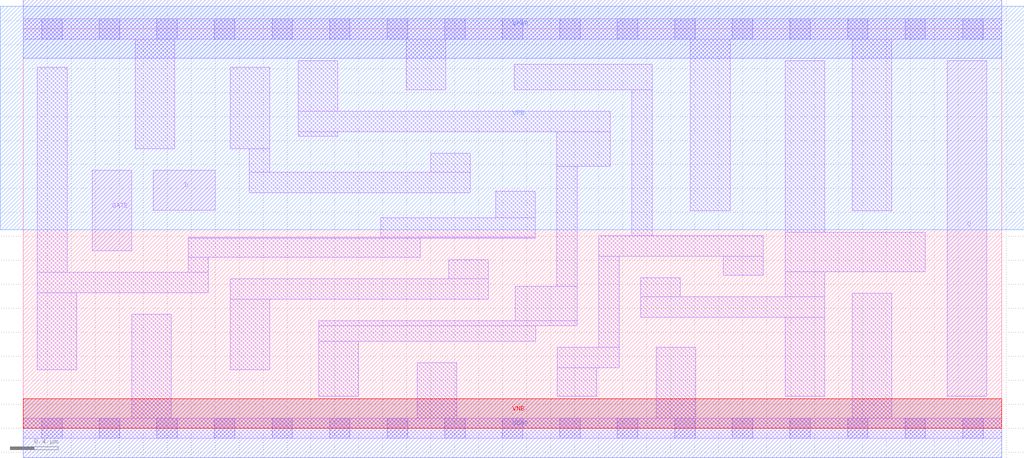
<source format=lef>
# Copyright 2020 The SkyWater PDK Authors
#
# Licensed under the Apache License, Version 2.0 (the "License");
# you may not use this file except in compliance with the License.
# You may obtain a copy of the License at
#
#     https://www.apache.org/licenses/LICENSE-2.0
#
# Unless required by applicable law or agreed to in writing, software
# distributed under the License is distributed on an "AS IS" BASIS,
# WITHOUT WARRANTIES OR CONDITIONS OF ANY KIND, either express or implied.
# See the License for the specific language governing permissions and
# limitations under the License.
#
# SPDX-License-Identifier: Apache-2.0

VERSION 5.7 ;
  NOWIREEXTENSIONATPIN ON ;
  DIVIDERCHAR "/" ;
  BUSBITCHARS "[]" ;
MACRO sky130_fd_sc_lp__dlxtp_lp
  CLASS CORE ;
  FOREIGN sky130_fd_sc_lp__dlxtp_lp ;
  ORIGIN  0.000000  0.000000 ;
  SIZE  8.160000 BY  3.330000 ;
  SYMMETRY X Y R90 ;
  SITE unit ;
  PIN D
    ANTENNAGATEAREA  0.318000 ;
    DIRECTION INPUT ;
    USE SIGNAL ;
    PORT
      LAYER li1 ;
        RECT 1.085000 1.820000 1.600000 2.150000 ;
    END
  END D
  PIN Q
    ANTENNADIFFAREA  0.598500 ;
    DIRECTION OUTPUT ;
    USE SIGNAL ;
    PORT
      LAYER li1 ;
        RECT 7.705000 0.265000 8.035000 3.065000 ;
    END
  END Q
  PIN GATE
    ANTENNAGATEAREA  0.318000 ;
    DIRECTION INPUT ;
    USE CLOCK ;
    PORT
      LAYER li1 ;
        RECT 0.575000 1.480000 0.905000 2.150000 ;
    END
  END GATE
  PIN VGND
    DIRECTION INOUT ;
    USE GROUND ;
    PORT
      LAYER met1 ;
        RECT 0.000000 -0.245000 8.160000 0.245000 ;
    END
  END VGND
  PIN VNB
    DIRECTION INOUT ;
    USE GROUND ;
    PORT
      LAYER pwell ;
        RECT 0.000000 0.000000 8.160000 0.245000 ;
    END
  END VNB
  PIN VPB
    DIRECTION INOUT ;
    USE POWER ;
    PORT
      LAYER nwell ;
        RECT -0.190000 1.655000 8.350000 3.520000 ;
    END
  END VPB
  PIN VPWR
    DIRECTION INOUT ;
    USE POWER ;
    PORT
      LAYER met1 ;
        RECT 0.000000 3.085000 8.160000 3.575000 ;
    END
  END VPWR
  OBS
    LAYER li1 ;
      RECT 0.000000 -0.085000 8.160000 0.085000 ;
      RECT 0.000000  3.245000 8.160000 3.415000 ;
      RECT 0.115000  0.490000 0.445000 1.130000 ;
      RECT 0.115000  1.130000 1.545000 1.300000 ;
      RECT 0.115000  1.300000 0.365000 3.010000 ;
      RECT 0.905000  0.085000 1.235000 0.950000 ;
      RECT 0.935000  2.330000 1.265000 3.245000 ;
      RECT 1.375000  1.300000 1.545000 1.425000 ;
      RECT 1.375000  1.425000 3.310000 1.585000 ;
      RECT 1.375000  1.585000 4.270000 1.595000 ;
      RECT 1.725000  0.490000 2.055000 1.075000 ;
      RECT 1.725000  1.075000 3.880000 1.245000 ;
      RECT 1.725000  2.330000 2.055000 3.010000 ;
      RECT 1.885000  1.965000 3.730000 2.135000 ;
      RECT 1.885000  2.135000 2.055000 2.330000 ;
      RECT 2.295000  2.435000 2.625000 2.475000 ;
      RECT 2.295000  2.475000 4.895000 2.645000 ;
      RECT 2.295000  2.645000 2.625000 3.065000 ;
      RECT 2.465000  0.265000 2.795000 0.725000 ;
      RECT 2.465000  0.725000 4.275000 0.855000 ;
      RECT 2.465000  0.855000 4.620000 0.895000 ;
      RECT 2.980000  1.595000 4.270000 1.755000 ;
      RECT 3.195000  2.825000 3.525000 3.245000 ;
      RECT 3.285000  0.085000 3.615000 0.545000 ;
      RECT 3.400000  2.135000 3.730000 2.295000 ;
      RECT 3.550000  1.245000 3.880000 1.405000 ;
      RECT 3.940000  1.755000 4.270000 1.975000 ;
      RECT 4.095000  2.825000 5.245000 3.035000 ;
      RECT 4.105000  0.895000 4.620000 1.185000 ;
      RECT 4.450000  1.185000 4.620000 2.185000 ;
      RECT 4.450000  2.185000 4.895000 2.475000 ;
      RECT 4.455000  0.265000 4.785000 0.505000 ;
      RECT 4.455000  0.505000 4.970000 0.675000 ;
      RECT 4.800000  0.675000 4.970000 1.435000 ;
      RECT 4.800000  1.435000 6.170000 1.605000 ;
      RECT 5.075000  1.605000 5.245000 2.825000 ;
      RECT 5.150000  0.925000 6.685000 1.095000 ;
      RECT 5.150000  1.095000 5.480000 1.255000 ;
      RECT 5.280000  0.085000 5.610000 0.675000 ;
      RECT 5.565000  1.815000 5.895000 3.245000 ;
      RECT 5.840000  1.275000 6.170000 1.435000 ;
      RECT 6.355000  0.265000 6.685000 0.925000 ;
      RECT 6.355000  1.095000 6.685000 1.305000 ;
      RECT 6.355000  1.305000 7.525000 1.635000 ;
      RECT 6.355000  1.635000 6.685000 3.065000 ;
      RECT 6.915000  0.085000 7.245000 1.125000 ;
      RECT 6.915000  1.815000 7.245000 3.245000 ;
    LAYER mcon ;
      RECT 0.155000 -0.085000 0.325000 0.085000 ;
      RECT 0.155000  3.245000 0.325000 3.415000 ;
      RECT 0.635000 -0.085000 0.805000 0.085000 ;
      RECT 0.635000  3.245000 0.805000 3.415000 ;
      RECT 1.115000 -0.085000 1.285000 0.085000 ;
      RECT 1.115000  3.245000 1.285000 3.415000 ;
      RECT 1.595000 -0.085000 1.765000 0.085000 ;
      RECT 1.595000  3.245000 1.765000 3.415000 ;
      RECT 2.075000 -0.085000 2.245000 0.085000 ;
      RECT 2.075000  3.245000 2.245000 3.415000 ;
      RECT 2.555000 -0.085000 2.725000 0.085000 ;
      RECT 2.555000  3.245000 2.725000 3.415000 ;
      RECT 3.035000 -0.085000 3.205000 0.085000 ;
      RECT 3.035000  3.245000 3.205000 3.415000 ;
      RECT 3.515000 -0.085000 3.685000 0.085000 ;
      RECT 3.515000  3.245000 3.685000 3.415000 ;
      RECT 3.995000 -0.085000 4.165000 0.085000 ;
      RECT 3.995000  3.245000 4.165000 3.415000 ;
      RECT 4.475000 -0.085000 4.645000 0.085000 ;
      RECT 4.475000  3.245000 4.645000 3.415000 ;
      RECT 4.955000 -0.085000 5.125000 0.085000 ;
      RECT 4.955000  3.245000 5.125000 3.415000 ;
      RECT 5.435000 -0.085000 5.605000 0.085000 ;
      RECT 5.435000  3.245000 5.605000 3.415000 ;
      RECT 5.915000 -0.085000 6.085000 0.085000 ;
      RECT 5.915000  3.245000 6.085000 3.415000 ;
      RECT 6.395000 -0.085000 6.565000 0.085000 ;
      RECT 6.395000  3.245000 6.565000 3.415000 ;
      RECT 6.875000 -0.085000 7.045000 0.085000 ;
      RECT 6.875000  3.245000 7.045000 3.415000 ;
      RECT 7.355000 -0.085000 7.525000 0.085000 ;
      RECT 7.355000  3.245000 7.525000 3.415000 ;
      RECT 7.835000 -0.085000 8.005000 0.085000 ;
      RECT 7.835000  3.245000 8.005000 3.415000 ;
  END
END sky130_fd_sc_lp__dlxtp_lp
END LIBRARY

</source>
